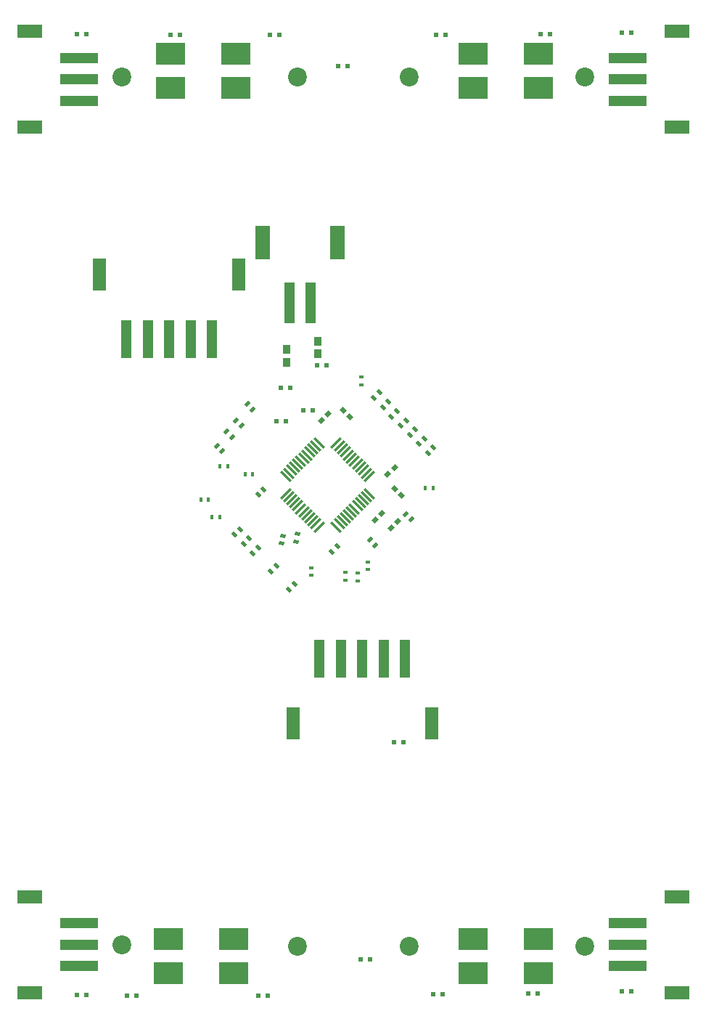
<source format=gts>
G04 #@! TF.GenerationSoftware,KiCad,Pcbnew,(6.0.10)*
G04 #@! TF.CreationDate,2023-07-30T21:36:38+01:00*
G04 #@! TF.ProjectId,magnetonetouchpad,6d61676e-6574-46f6-9e65-746f75636870,rev?*
G04 #@! TF.SameCoordinates,Original*
G04 #@! TF.FileFunction,Soldermask,Top*
G04 #@! TF.FilePolarity,Negative*
%FSLAX46Y46*%
G04 Gerber Fmt 4.6, Leading zero omitted, Abs format (unit mm)*
G04 Created by KiCad (PCBNEW (6.0.10)) date 2023-07-30 21:36:38*
%MOMM*%
%LPD*%
G01*
G04 APERTURE LIST*
G04 Aperture macros list*
%AMRotRect*
0 Rectangle, with rotation*
0 The origin of the aperture is its center*
0 $1 length*
0 $2 width*
0 $3 Rotation angle, in degrees counterclockwise*
0 Add horizontal line*
21,1,$1,$2,0,0,$3*%
G04 Aperture macros list end*
%ADD10R,4.500000X1.200000*%
%ADD11R,3.000000X1.600000*%
%ADD12R,0.600000X0.500000*%
%ADD13RotRect,0.600000X0.500000X45.000000*%
%ADD14RotRect,0.400000X0.600000X225.000000*%
%ADD15R,0.970000X1.000000*%
%ADD16RotRect,0.400000X0.600000X315.000000*%
%ADD17C,2.200000*%
%ADD18RotRect,0.400000X0.600000X135.000000*%
%ADD19R,1.300000X4.800000*%
%ADD20R,1.800000X3.900000*%
%ADD21RotRect,0.600000X0.500000X315.000000*%
%ADD22RotRect,0.600000X0.500000X225.000000*%
%ADD23RotRect,0.400000X0.600000X45.000000*%
%ADD24R,0.600000X0.400000*%
%ADD25RotRect,0.400000X0.600000X77.500000*%
%ADD26R,0.400000X0.600000*%
%ADD27R,3.500000X2.500000*%
%ADD28RotRect,0.280000X1.560000X45.000000*%
%ADD29RotRect,1.560000X0.280000X45.000000*%
%ADD30RotRect,0.600000X0.500000X135.000000*%
%ADD31R,1.200000X4.500000*%
%ADD32R,1.600000X3.700000*%
%ADD33RotRect,0.400000X0.600000X78.750000*%
G04 APERTURE END LIST*
D10*
X105336860Y-145859308D03*
X105336860Y-148359308D03*
X105336860Y-150859308D03*
D11*
X99586860Y-153959308D03*
X99586860Y-142759308D03*
D12*
X168712875Y-153829375D03*
X169812875Y-153829375D03*
D13*
X140676595Y-98075385D03*
X139898777Y-98853203D03*
D14*
X142859484Y-87858039D03*
X143495880Y-87221643D03*
D15*
X133187488Y-77978374D03*
X133187488Y-79448374D03*
D16*
X122070545Y-90827888D03*
X121434149Y-90191492D03*
D17*
X130852985Y-148502124D03*
D10*
X169344360Y-49954308D03*
X169344360Y-47454308D03*
X169344360Y-44954308D03*
D11*
X175094360Y-41854308D03*
X175094360Y-53054308D03*
D12*
X135584113Y-45914624D03*
X136684113Y-45914624D03*
D17*
X143852985Y-148502124D03*
D12*
X146682985Y-154142124D03*
X147782985Y-154142124D03*
X127382985Y-154282124D03*
X126282985Y-154282124D03*
D18*
X143472613Y-98146096D03*
X144109009Y-98782492D03*
D10*
X169337860Y-150859308D03*
X169337860Y-148359308D03*
X169337860Y-145859308D03*
D11*
X175087860Y-142759308D03*
X175087860Y-153959308D03*
D14*
X143920145Y-88918700D03*
X144556541Y-88282304D03*
D13*
X142141784Y-92730466D03*
X141363966Y-93508284D03*
D14*
X146041465Y-91040020D03*
X146677861Y-90403624D03*
D17*
X143852985Y-47236499D03*
D19*
X132367488Y-73528374D03*
X129867488Y-73528374D03*
D20*
X126767488Y-66528374D03*
X135467488Y-66528374D03*
D12*
X139315363Y-150030249D03*
X138215363Y-150030249D03*
X147010985Y-42289124D03*
X148110985Y-42289124D03*
X157732985Y-154022124D03*
X158832985Y-154022124D03*
D21*
X142921784Y-95998284D03*
X142143966Y-95220466D03*
D12*
X133117488Y-80783374D03*
X134217488Y-80783374D03*
D22*
X141762686Y-99754919D03*
X142540504Y-98977101D03*
D12*
X159202985Y-42212124D03*
X160302985Y-42212124D03*
X117152485Y-42289124D03*
X116052485Y-42289124D03*
D17*
X164352985Y-148502124D03*
D23*
X135466073Y-101932979D03*
X134829677Y-102569375D03*
D24*
X132437488Y-104393374D03*
X132437488Y-105293374D03*
D25*
X130854886Y-100474041D03*
X130660090Y-101352707D03*
D26*
X125618936Y-93486169D03*
X124718936Y-93486169D03*
D14*
X139734072Y-84619490D03*
X140370468Y-83983094D03*
D23*
X126251314Y-102062047D03*
X125614918Y-102698443D03*
D27*
X158971699Y-147694124D03*
X158971699Y-151694124D03*
X151301699Y-151694124D03*
X151301699Y-147694124D03*
D12*
X128417488Y-87293374D03*
X129517488Y-87293374D03*
X106197875Y-42227124D03*
X105097875Y-42227124D03*
X168722875Y-41999375D03*
X169822875Y-41999375D03*
X106197875Y-154194375D03*
X105097875Y-154194375D03*
X128857488Y-83403374D03*
X129957488Y-83403374D03*
D26*
X122668936Y-92564294D03*
X121768936Y-92564294D03*
D10*
X105343360Y-44954308D03*
X105343360Y-47454308D03*
X105343360Y-49954308D03*
D11*
X99593360Y-53054308D03*
X99593360Y-41854308D03*
D17*
X110352985Y-47236499D03*
D28*
X135358849Y-99661419D03*
X135712402Y-99307866D03*
X136065955Y-98954312D03*
X136419509Y-98600759D03*
X136773062Y-98247205D03*
X137126616Y-97893652D03*
X137480169Y-97540099D03*
X137833722Y-97186545D03*
X138187276Y-96832992D03*
X138540829Y-96479438D03*
X138894383Y-96125885D03*
X139247936Y-95772332D03*
X133336523Y-89860919D03*
X132982970Y-90214472D03*
X132629417Y-90568026D03*
X132275863Y-90921579D03*
X131922310Y-91275133D03*
X131568756Y-91628686D03*
X131215203Y-91982239D03*
X130861650Y-92335793D03*
X130508096Y-92689346D03*
X130154543Y-93042900D03*
X129800989Y-93396453D03*
X129447436Y-93750006D03*
D29*
X129447436Y-95772332D03*
X129800989Y-96125885D03*
X130154543Y-96479438D03*
X130508096Y-96832992D03*
X130861650Y-97186545D03*
X131215203Y-97540099D03*
X131568756Y-97893652D03*
X131922310Y-98247205D03*
X132275863Y-98600759D03*
X132629417Y-98954312D03*
X132982970Y-99307866D03*
X133336523Y-99661419D03*
X139247936Y-93750006D03*
X138894383Y-93396453D03*
X138540829Y-93042900D03*
X138187276Y-92689346D03*
X137833722Y-92335793D03*
X137480169Y-91982239D03*
X137126616Y-91628686D03*
X136773062Y-91275133D03*
X136419509Y-90921579D03*
X136065955Y-90568026D03*
X135712402Y-90214472D03*
X135358849Y-89860919D03*
D24*
X137890811Y-105020544D03*
X137890811Y-105920544D03*
D23*
X124129993Y-99940727D03*
X123493597Y-100577123D03*
D26*
X120456436Y-96436169D03*
X119556436Y-96436169D03*
X145737686Y-95145544D03*
X146637686Y-95145544D03*
D18*
X139276363Y-101146648D03*
X139912759Y-101783044D03*
D23*
X125190654Y-101001387D03*
X124554258Y-101637783D03*
D27*
X123668646Y-44474124D03*
X123668646Y-48474124D03*
X115998646Y-48474124D03*
X115998646Y-44474124D03*
D30*
X136191118Y-86070851D03*
X136968936Y-86848669D03*
D16*
X124317488Y-87863374D03*
X123681092Y-87226978D03*
D27*
X123402271Y-147679308D03*
X123402271Y-151679308D03*
X115732271Y-151679308D03*
X115732271Y-147679308D03*
D12*
X128679985Y-42289124D03*
X127579985Y-42289124D03*
D15*
X129597488Y-78968374D03*
X129597488Y-80438374D03*
D17*
X110352985Y-148359308D03*
D31*
X120854988Y-77760874D03*
X118354988Y-77760874D03*
X115854988Y-77760874D03*
X113354988Y-77760874D03*
X110854988Y-77760874D03*
D32*
X107754988Y-70260874D03*
X123954988Y-70260874D03*
D23*
X130493954Y-106304688D03*
X129857558Y-106941084D03*
X128372634Y-104183367D03*
X127736238Y-104819763D03*
D24*
X138272686Y-83091169D03*
X138272686Y-82191169D03*
D17*
X130852985Y-47236499D03*
D27*
X158971699Y-44474124D03*
X158971699Y-48474124D03*
X151301699Y-48474124D03*
X151301699Y-44474124D03*
D24*
X139064561Y-103726794D03*
X139064561Y-104626794D03*
D23*
X126881073Y-95271177D03*
X126244677Y-95907573D03*
D31*
X133387488Y-115023374D03*
X135887488Y-115023374D03*
X138387488Y-115023374D03*
X140887488Y-115023374D03*
X143387488Y-115023374D03*
D32*
X146487488Y-122523374D03*
X130287488Y-122523374D03*
D17*
X164352985Y-47236499D03*
D12*
X132627488Y-86093374D03*
X131527488Y-86093374D03*
D14*
X144980805Y-89979360D03*
X145617201Y-89342964D03*
D12*
X110972985Y-154272124D03*
X112072985Y-154272124D03*
D16*
X125605686Y-85961572D03*
X124969290Y-85325176D03*
D14*
X140794733Y-85680151D03*
X141431129Y-85043755D03*
D24*
X136415811Y-104973374D03*
X136415811Y-105873374D03*
D13*
X134401784Y-86500466D03*
X133623966Y-87278284D03*
D14*
X141798824Y-86797379D03*
X142435220Y-86160983D03*
D26*
X121747061Y-98464294D03*
X120847061Y-98464294D03*
D16*
X123216058Y-89173258D03*
X122579662Y-88536862D03*
D12*
X143162875Y-124789375D03*
X142062875Y-124789375D03*
D33*
X129122352Y-100705441D03*
X128946770Y-101588147D03*
M02*

</source>
